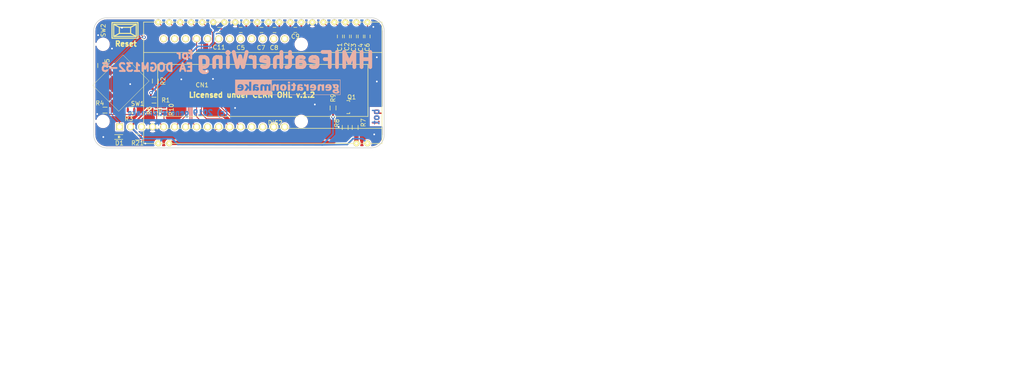
<source format=kicad_pcb>
(kicad_pcb (version 20171130) (host pcbnew 5.1.5-52549c5~84~ubuntu18.04.1)
  (title_block (title HMIFeatherWing) (date 2019-12-04) (rev 1.0) (company generationmake))
  (layers (0 F.Cu signal) (31 B.Cu signal) (34 B.Paste user) (35 F.Paste user) (36 B.SilkS user) (37 F.SilkS user) (38 B.Mask user) (39 F.Mask user) (44 Edge.Cuts user))
  (net 0 "")
  (net 1 GND)
  (net 2 /KEYPAD_A0)
  (net 3 /DISPLAY_BL)
  (net 4 /RESET)
  (net 5 /DIS_V4)
  (net 6 /DIS_V3)
  (net 7 /DIS_V2)
  (net 8 /DIS_V1)
  (net 9 /DIS_VOUT)
  (net 10 /DIS_V0)
  (net 11 /DIS_CAP1N)
  (net 12 /DIS_CAP3P)
  (net 13 /DIS_CAP1P)
  (net 14 /DIS_CAP2P)
  (net 15 /DIS_CAP2N)
  (net 16 /DIS_C2)
  (net 17 +3V3)
  (net 18 /DIS_SI)
  (net 19 /DIS_CLK)
  (net 20 /DIS_A0)
  (net 21 /DIS_RESET)
  (net 22 /DIS_CS)
  (net 23 /DIS_C1)
  (net 24 "Net-(Q1-Pad3)")
  (net 25 /BUTTON_UP)
  (net 26 /BUTTON_DOWN)
  (net 27 /BUTTON_LEFT)
  (net 28 /BUTTON_SELECT)
  (net 29 "Net-(D1-Pad2)")
  (net 30 /KEYPAD_A0_5)
  (net 31 /KEYPAD_A0_0)
  (module labels:generationmake_logo (layer B.Cu) (at 100.8 102.3 180)
    (fp_text reference G*** hide)
    (fp_text value generationmake_logo hide)
  )
  (module labels:generationmake_small_solder (layer F.Cu) (at 62.5 92.2)
    (fp_text reference G*** hide)
    (fp_text value generationmake_small_solder hide)
  )
  (module MODULE_compute:ADAFRUIT_FEATHER_HOLES (layer F.Cu) (at 81 96)
    (fp_text reference CN1 (at 0 0.5) (layer F.SilkS))
    (fp_text value ADAFRUIT_FEATHER)
    (pad 17 thru_hole circle (at 19.05 -10.16) (size 1.6 1.6) (drill 1) (layers *.Cu *.Mask F.SilkS))
    (pad 28 thru_hole circle (at -8.89 -10.16) (size 1.6 1.6) (drill 1) (layers *.Cu *.Mask F.SilkS))
    (pad 27 thru_hole circle (at -6.35 -10.16) (size 1.6 1.6) (drill 1) (layers *.Cu *.Mask F.SilkS))
    (pad 26 thru_hole circle (at -3.81 -10.16) (size 1.6 1.6) (drill 1) (layers *.Cu *.Mask F.SilkS))
    (pad 25 thru_hole circle (at -1.27 -10.16) (size 1.6 1.6) (drill 1) (layers *.Cu *.Mask F.SilkS) (net 3 /DISPLAY_BL))
    (pad 24 thru_hole circle (at 1.27 -10.16) (size 1.6 1.6) (drill 1) (layers *.Cu *.Mask F.SilkS))
    (pad 23 thru_hole circle (at 3.81 -10.16) (size 1.6 1.6) (drill 1) (layers *.Cu *.Mask F.SilkS))
    (pad 22 thru_hole circle (at 6.35 -10.16) (size 1.6 1.6) (drill 1) (layers *.Cu *.Mask F.SilkS))
    (pad 21 thru_hole circle (at 8.89 -10.16) (size 1.6 1.6) (drill 1) (layers *.Cu *.Mask F.SilkS))
    (pad 20 thru_hole circle (at 11.43 -10.16) (size 1.6 1.6) (drill 1) (layers *.Cu *.Mask F.SilkS))
    (pad 19 thru_hole circle (at 13.97 -10.16) (size 1.6 1.6) (drill 1) (layers *.Cu *.Mask F.SilkS))
    (pad 18 thru_hole circle (at 16.51 -10.16) (size 1.6 1.6) (drill 1) (layers *.Cu *.Mask F.SilkS))
    (pad 15 thru_hole circle (at 16.51 10.16) (size 1.6 1.6) (drill 1) (layers *.Cu *.Mask F.SilkS))
    (pad 14 thru_hole circle (at 13.97 10.16) (size 1.6 1.6) (drill 1) (layers *.Cu *.Mask F.SilkS))
    (pad 13 thru_hole circle (at 11.43 10.16) (size 1.6 1.6) (drill 1) (layers *.Cu *.Mask F.SilkS))
    (pad 12 thru_hole circle (at 8.89 10.16) (size 1.6 1.6) (drill 1) (layers *.Cu *.Mask F.SilkS) (net 18 /DIS_SI))
    (pad 11 thru_hole circle (at 6.35 10.16) (size 1.6 1.6) (drill 1) (layers *.Cu *.Mask F.SilkS) (net 19 /DIS_CLK))
    (pad 10 thru_hole circle (at 3.81 10.16) (size 1.6 1.6) (drill 1) (layers *.Cu *.Mask F.SilkS) (net 30 /KEYPAD_A0_5))
    (pad 9 thru_hole circle (at 1.27 10.16) (size 1.6 1.6) (drill 1) (layers *.Cu *.Mask F.SilkS))
    (pad 8 thru_hole circle (at -1.27 10.16) (size 1.6 1.6) (drill 1) (layers *.Cu *.Mask F.SilkS) (net 20 /DIS_A0))
    (pad 7 thru_hole circle (at -3.81 10.16) (size 1.6 1.6) (drill 1) (layers *.Cu *.Mask F.SilkS) (net 21 /DIS_RESET))
    (pad 6 thru_hole circle (at -6.35 10.16) (size 1.6 1.6) (drill 1) (layers *.Cu *.Mask F.SilkS) (net 22 /DIS_CS))
    (pad 5 thru_hole circle (at -8.89 10.16) (size 1.6 1.6) (drill 1) (layers *.Cu *.Mask F.SilkS) (net 31 /KEYPAD_A0_0))
    (pad 4 thru_hole circle (at -11.43 10.16) (size 1.6 1.6) (drill 1) (layers *.Cu *.Mask F.SilkS) (net 1 GND))
    (pad 3 thru_hole circle (at -13.97 10.16) (size 1.6 1.6) (drill 1) (layers *.Cu *.Mask F.SilkS))
    (pad 1 thru_hole rect (at -19.05 10.16) (size 1.6 1.6) (drill 1) (layers *.Cu *.Mask F.SilkS) (net 4 /RESET))
    (pad "" np_thru_hole circle (at 22.86 8.89) (size 2.54 2.54) (drill 2.54) (layers *.Cu *.Mask))
    (pad 2 thru_hole circle (at -16.51 10.16) (size 1.6 1.6) (drill 1) (layers *.Cu *.Mask F.SilkS) (net 17 +3V3))
    (pad 16 thru_hole circle (at 19.05 10.16) (size 1.6 1.6) (drill 1) (layers *.Cu *.Mask F.SilkS))
    (pad "" np_thru_hole circle (at 22.86 -8.89) (size 2.54 2.54) (drill 2.54) (layers *.Cu *.Mask))
    (pad "" np_thru_hole circle (at -22.86 8.89) (size 2.54 2.54) (drill 2.54) (layers *.Cu *.Mask))
    (pad "" np_thru_hole circle (at -22.86 -8.89) (size 2.54 2.54) (drill 2.54) (layers *.Cu *.Mask))
  )
  (module SOT_TO:SOT-23 (layer F.Cu) (at 114.4 101.6 270)
    (fp_text reference Q1 (at -2.3 -1.1) (layer F.SilkS))
    (fp_text value 2N7002)
    (pad 3 smd rect (at 0 -0.99822 270) (size 0.8001 0.8001) (layers F.Cu F.Paste F.Mask) (net 24 "Net-(Q1-Pad3)"))
    (pad 2 smd rect (at 0.95 1.00076 270) (size 0.8001 0.8001) (layers F.Cu F.Paste F.Mask) (net 1 GND))
    (pad 1 smd rect (at -0.95 1.00076 270) (size 0.8001 0.8001) (layers F.Cu F.Paste F.Mask) (net 3 /DISPLAY_BL))
  )
  (module capacitors:C_0603 (layer F.Cu) (at 112.8 85.3 270)
    (fp_text reference C1 (at 2.45 0.05 270) (layer F.SilkS))
    (fp_text value 1uF)
    (pad 2 smd rect (at 0.75 0 270) (size 0.8 0.75) (layers F.Cu F.Paste F.Mask) (net 1 GND))
    (pad 1 smd rect (at -0.75 0 270) (size 0.8 0.75) (layers F.Cu F.Paste F.Mask) (net 5 /DIS_V4))
  )
  (module capacitors:C_0603 (layer F.Cu) (at 114.4 85.3 270)
    (fp_text reference C2 (at 2.35 0 270) (layer F.SilkS))
    (fp_text value 1uF)
    (pad 2 smd rect (at 0.75 0 270) (size 0.8 0.75) (layers F.Cu F.Paste F.Mask) (net 1 GND))
    (pad 1 smd rect (at -0.75 0 270) (size 0.8 0.75) (layers F.Cu F.Paste F.Mask) (net 6 /DIS_V3))
  )
  (module resistors:R_0603 (layer F.Cu) (at 69.9 100)
    (fp_text reference R1 (at 2.7 0) (layer F.SilkS))
    (fp_text value 2k)
    (pad 2 smd rect (at 0.75 0) (size 0.5 0.9) (layers F.Cu F.Paste F.Mask) (net 2 /KEYPAD_A0))
    (pad 1 smd rect (at -0.75 0) (size 0.5 0.9) (layers F.Cu F.Paste F.Mask) (net 17 +3V3))
  )
  (module resistors:R_0603 (layer F.Cu) (at 70.2 95.6 90)
    (fp_text reference R2 (at 0 1.8 90) (layer F.SilkS))
    (fp_text value 330)
    (pad 2 smd rect (at 0.75 0 90) (size 0.5 0.9) (layers F.Cu F.Paste F.Mask) (net 25 /BUTTON_UP))
    (pad 1 smd rect (at -0.75 0 90) (size 0.5 0.9) (layers F.Cu F.Paste F.Mask) (net 2 /KEYPAD_A0))
  )
  (module resistors:R_0603 (layer F.Cu) (at 64.6 102.3)
    (fp_text reference R3 (at -0.5 2 180) (layer F.SilkS))
    (fp_text value 620)
    (pad 2 smd rect (at 0.75 0) (size 0.5 0.9) (layers F.Cu F.Paste F.Mask) (net 26 /BUTTON_DOWN))
    (pad 1 smd rect (at -0.75 0) (size 0.5 0.9) (layers F.Cu F.Paste F.Mask) (net 25 /BUTTON_UP))
  )
  (module resistors:R_0603 (layer F.Cu) (at 116.3 106.3 90)
    (fp_text reference R7 (at 1.1 1.9 90) (layer F.SilkS))
    (fp_text value 30)
    (pad 2 smd rect (at 0.75 0 90) (size 0.5 0.9) (layers F.Cu F.Paste F.Mask) (net 24 "Net-(Q1-Pad3)"))
    (pad 1 smd rect (at -0.75 0 90) (size 0.5 0.9) (layers F.Cu F.Paste F.Mask) (net 16 /DIS_C2))
  )
  (module resistors:R_0603 (layer F.Cu) (at 114 106.3 90)
    (fp_text reference R8 (at 1 -1.9 90) (layer F.SilkS))
    (fp_text value 30)
    (pad 2 smd rect (at 0.75 0 90) (size 0.5 0.9) (layers F.Cu F.Paste F.Mask) (net 24 "Net-(Q1-Pad3)"))
    (pad 1 smd rect (at -0.75 0 90) (size 0.5 0.9) (layers F.Cu F.Paste F.Mask) (net 23 /DIS_C1))
  )
  (module resistors:R_0603 (layer F.Cu) (at 111.2 101.8 90)
    (fp_text reference R9 (at 2.3 0 90) (layer F.SilkS))
    (fp_text value 1k)
    (pad 2 smd rect (at 0.75 0 90) (size 0.5 0.9) (layers F.Cu F.Paste F.Mask) (net 3 /DISPLAY_BL))
    (pad 1 smd rect (at -0.75 0 90) (size 0.5 0.9) (layers F.Cu F.Paste F.Mask) (net 17 +3V3))
  )
  (module resistors:R_0603 (layer F.Cu) (at 58.6 102.3 180)
    (fp_text reference R4 (at 1.2 1.6 180) (layer F.SilkS))
    (fp_text value 1k)
    (pad 2 smd rect (at 0.75 0 180) (size 0.5 0.9) (layers F.Cu F.Paste F.Mask) (net 27 /BUTTON_LEFT))
    (pad 1 smd rect (at -0.75 0 180) (size 0.5 0.9) (layers F.Cu F.Paste F.Mask) (net 26 /BUTTON_DOWN))
  )
  (module resistors:R_0603 (layer F.Cu) (at 57.6 92 90)
    (fp_text reference R5 (at 0.6 1.5 90) (layer F.SilkS))
    (fp_text value 3k3)
    (pad 2 smd rect (at 0.75 0 90) (size 0.5 0.9) (layers F.Cu F.Paste F.Mask) (net 28 /BUTTON_SELECT))
    (pad 1 smd rect (at -0.75 0 90) (size 0.5 0.9) (layers F.Cu F.Paste F.Mask) (net 27 /BUTTON_LEFT))
  )
  (module capacitors:C_0603 (layer F.Cu) (at 116 85.3 270)
    (fp_text reference C3 (at 2.55 0.05 270) (layer F.SilkS))
    (fp_text value 1uF)
    (pad 2 smd rect (at 0.75 0 270) (size 0.8 0.75) (layers F.Cu F.Paste F.Mask) (net 1 GND))
    (pad 1 smd rect (at -0.75 0 270) (size 0.8 0.75) (layers F.Cu F.Paste F.Mask) (net 7 /DIS_V2))
  )
  (module capacitors:C_0603 (layer F.Cu) (at 117.6 85.3 270)
    (fp_text reference C4 (at 2.55 0 270) (layer F.SilkS))
    (fp_text value 1uF)
    (pad 2 smd rect (at 0.75 0 270) (size 0.8 0.75) (layers F.Cu F.Paste F.Mask) (net 1 GND))
    (pad 1 smd rect (at -0.75 0 270) (size 0.8 0.75) (layers F.Cu F.Paste F.Mask) (net 8 /DIS_V1))
  )
  (module capacitors:C_0603 (layer F.Cu) (at 89.9 83.8 180)
    (fp_text reference C5 (at 0 -4.1 180) (layer F.SilkS))
    (fp_text value 1uF)
    (pad 2 smd rect (at 0.75 0 180) (size 0.8 0.75) (layers F.Cu F.Paste F.Mask) (net 1 GND))
    (pad 1 smd rect (at -0.75 0 180) (size 0.8 0.75) (layers F.Cu F.Paste F.Mask) (net 9 /DIS_VOUT))
  )
  (module capacitors:C_0603 (layer F.Cu) (at 119.15 85.3 270)
    (fp_text reference C6 (at 2.5 0.05 270) (layer F.SilkS))
    (fp_text value 1uF)
    (pad 2 smd rect (at 0.75 0 270) (size 0.8 0.75) (layers F.Cu F.Paste F.Mask) (net 1 GND))
    (pad 1 smd rect (at -0.75 0 270) (size 0.8 0.75) (layers F.Cu F.Paste F.Mask) (net 10 /DIS_V0))
  )
  (module capacitors:C_0603 (layer F.Cu) (at 94.7 83.8)
    (fp_text reference C7 (at -0.1 4.1) (layer F.SilkS))
    (fp_text value 1uF)
    (pad 2 smd rect (at 0.75 0) (size 0.8 0.75) (layers F.Cu F.Paste F.Mask) (net 11 /DIS_CAP1N))
    (pad 1 smd rect (at -0.75 0) (size 0.8 0.75) (layers F.Cu F.Paste F.Mask) (net 12 /DIS_CAP3P))
  )
  (module capacitors:C_0603 (layer F.Cu) (at 97.7 83.8)
    (fp_text reference C8 (at -0.1 4.1) (layer F.SilkS))
    (fp_text value 1uF)
    (pad 2 smd rect (at 0.75 0) (size 0.8 0.75) (layers F.Cu F.Paste F.Mask) (net 13 /DIS_CAP1P))
    (pad 1 smd rect (at -0.75 0) (size 0.8 0.75) (layers F.Cu F.Paste F.Mask) (net 11 /DIS_CAP1N))
  )
  (module capacitors:C_0603 (layer F.Cu) (at 102.5 83.8)
    (fp_text reference C9 (at 0 1.5) (layer F.SilkS))
    (fp_text value 1uF)
    (pad 2 smd rect (at 0.75 0) (size 0.8 0.75) (layers F.Cu F.Paste F.Mask) (net 15 /DIS_CAP2N))
    (pad 1 smd rect (at -0.75 0) (size 0.8 0.75) (layers F.Cu F.Paste F.Mask) (net 14 /DIS_CAP2P))
  )
  (module displays:EA_DOGM081_162_163_132 (layer F.Cu) (at 95 96)
    (fp_text reference DIS2 (at 2.85 9.22) (layer F.SilkS))
    (fp_text value EA_DOGM132-5)
    (pad 40 thru_hole circle (at -24.13 -13.97) (size 1.4 1.4) (drill 0.6) (layers *.Cu *.Mask F.SilkS) (net 22 /DIS_CS))
    (pad 39 thru_hole circle (at -21.59 -13.97) (size 1.4 1.4) (drill 0.6) (layers *.Cu *.Mask F.SilkS) (net 21 /DIS_RESET))
    (pad 38 thru_hole circle (at -19.05 -13.97) (size 1.4 1.4) (drill 0.6) (layers *.Cu *.Mask F.SilkS) (net 20 /DIS_A0))
    (pad 37 thru_hole circle (at -16.51 -13.97) (size 1.4 1.4) (drill 0.6) (layers *.Cu *.Mask F.SilkS) (net 19 /DIS_CLK))
    (pad 36 thru_hole circle (at -13.97 -13.97) (size 1.4 1.4) (drill 0.6) (layers *.Cu *.Mask F.SilkS) (net 18 /DIS_SI))
    (pad 35 thru_hole circle (at -11.43 -13.97) (size 1.4 1.4) (drill 0.6) (layers *.Cu *.Mask F.SilkS) (net 17 +3V3))
    (pad 34 thru_hole circle (at -8.89 -13.97) (size 1.4 1.4) (drill 0.6) (layers *.Cu *.Mask F.SilkS) (net 17 +3V3))
    (pad 33 thru_hole circle (at -6.35 -13.97) (size 1.4 1.4) (drill 0.6) (layers *.Cu *.Mask F.SilkS) (net 1 GND))
    (pad 32 thru_hole circle (at -3.81 -13.97) (size 1.4 1.4) (drill 0.6) (layers *.Cu *.Mask F.SilkS) (net 9 /DIS_VOUT))
    (pad 31 thru_hole circle (at -1.27 -13.97) (size 1.4 1.4) (drill 0.6) (layers *.Cu *.Mask F.SilkS) (net 12 /DIS_CAP3P))
    (pad 30 thru_hole circle (at 1.27 -13.97) (size 1.4 1.4) (drill 0.6) (layers *.Cu *.Mask F.SilkS) (net 11 /DIS_CAP1N))
    (pad 29 thru_hole circle (at 3.81 -13.97) (size 1.4 1.4) (drill 0.6) (layers *.Cu *.Mask F.SilkS) (net 13 /DIS_CAP1P))
    (pad 28 thru_hole circle (at 6.35 -13.97) (size 1.4 1.4) (drill 0.6) (layers *.Cu *.Mask F.SilkS) (net 14 /DIS_CAP2P))
    (pad 27 thru_hole circle (at 8.89 -13.97) (size 1.4 1.4) (drill 0.6) (layers *.Cu *.Mask F.SilkS) (net 15 /DIS_CAP2N))
    (pad 26 thru_hole circle (at 11.43 -13.97) (size 1.4 1.4) (drill 0.6) (layers *.Cu *.Mask F.SilkS) (net 1 GND))
    (pad 25 thru_hole circle (at 13.97 -13.97) (size 1.4 1.4) (drill 0.6) (layers *.Cu *.Mask F.SilkS) (net 5 /DIS_V4))
    (pad 24 thru_hole circle (at 16.51 -13.97) (size 1.4 1.4) (drill 0.6) (layers *.Cu *.Mask F.SilkS) (net 6 /DIS_V3))
    (pad 23 thru_hole circle (at 19.05 -13.97) (size 1.4 1.4) (drill 0.6) (layers *.Cu *.Mask F.SilkS) (net 7 /DIS_V2))
    (pad 22 thru_hole circle (at 21.59 -13.97) (size 1.4 1.4) (drill 0.6) (layers *.Cu *.Mask F.SilkS) (net 8 /DIS_V1))
    (pad 21 thru_hole circle (at 24.13 -13.97) (size 1.4 1.4) (drill 0.6) (layers *.Cu *.Mask F.SilkS) (net 10 /DIS_V0))
    (pad 19 thru_hole circle (at 21.59 13.97) (size 1.4 1.4) (drill 0.6) (layers *.Cu *.Mask F.SilkS) (net 16 /DIS_C2))
    (pad 20 thru_hole circle (at 24.13 13.97) (size 1.4 1.4) (drill 0.6) (layers *.Cu *.Mask F.SilkS) (net 17 +3V3))
    (pad 2 thru_hole circle (at -21.59 13.97) (size 1.4 1.4) (drill 0.6) (layers *.Cu *.Mask F.SilkS) (net 23 /DIS_C1))
    (pad 1 thru_hole circle (at -24.13 13.97) (size 1.4 1.4) (drill 0.6) (layers *.Cu *.Mask F.SilkS) (net 17 +3V3))
  )
  (module capacitors:C_0603 (layer F.Cu) (at 84.9 83.8)
    (fp_text reference C11 (at 0 4 180) (layer F.SilkS))
    (fp_text value 1uF)
    (pad 2 smd rect (at 0.75 0) (size 0.8 0.75) (layers F.Cu F.Paste F.Mask) (net 1 GND))
    (pad 1 smd rect (at -0.75 0) (size 0.8 0.75) (layers F.Cu F.Paste F.Mask) (net 17 +3V3))
  )
  (module resistors:R_0603 (layer F.Cu) (at 66.1 108.5)
    (fp_text reference R21 (at 0 1.4) (layer F.SilkS))
    (fp_text value 1k)
    (pad 2 smd rect (at 0.75 0) (size 0.5 0.9) (layers F.Cu F.Paste F.Mask) (net 17 +3V3))
    (pad 1 smd rect (at -0.75 0) (size 0.5 0.9) (layers F.Cu F.Paste F.Mask) (net 29 "Net-(D1-Pad2)"))
  )
  (module LEDs:LED_0603 (layer F.Cu) (at 61.9 108.5)
    (fp_text reference D1 (at 0 1.4) (layer F.SilkS))
    (fp_text value green)
    (pad 1 smd rect (at -0.7493 0 180) (size 0.79756 0.79756) (layers F.Cu F.Paste F.Mask) (net 1 GND))
    (pad 2 smd rect (at 0.7493 0 180) (size 0.79756 0.79756) (layers F.Cu F.Paste F.Mask) (net 29 "Net-(D1-Pad2)"))
  )
  (module mechanical-switches:ALPS_SKRH (layer F.Cu) (at 58 98)
    (fp_text reference SW1 (at 8.1 2.8) (layer F.SilkS))
    (fp_text value ALPS_SKRH)
    (pad "" smd rect (at 1.386218 0.938782 315) (size 2 1.8) (layers F.Cu F.Paste F.Mask))
    (pad "" smd rect (at 7.113782 -4.788782 315) (size 2 1.8) (layers F.Cu F.Paste F.Mask))
    (pad 6 smd rect (at 5.77028 1.610534 315) (size 1.35 1) (layers F.Cu F.Paste F.Mask) (net 26 /BUTTON_DOWN))
    (pad 5 smd rect (at 6.777907 0.602907 315) (size 1.35 1) (layers F.Cu F.Paste F.Mask) (net 1 GND))
    (pad 4 smd rect (at 7.785534 -0.40472 315) (size 1.35 1) (layers F.Cu F.Paste F.Mask) (net 2 /KEYPAD_A0))
    (pad 3 smd rect (at 0.714466 -3.44528 315) (size 1.35 1) (layers F.Cu F.Paste F.Mask) (net 27 /BUTTON_LEFT))
    (pad 2 smd rect (at 1.722093 -4.452907 315) (size 1.35 1) (layers F.Cu F.Paste F.Mask) (net 28 /BUTTON_SELECT))
    (pad 1 smd rect (at 2.72972 -5.460534 315) (size 1.35 1) (layers F.Cu F.Paste F.Mask) (net 25 /BUTTON_UP))
  )
  (module resistors:R_0603 (layer F.Cu) (at 70.5 102.4 90)
    (fp_text reference R6 (at 0 -1.7 90) (layer F.SilkS))
    (fp_text value DNI)
    (pad 2 smd rect (at 0.75 0 90) (size 0.5 0.9) (layers F.Cu F.Paste F.Mask) (net 2 /KEYPAD_A0))
    (pad 1 smd rect (at -0.75 0 90) (size 0.5 0.9) (layers F.Cu F.Paste F.Mask) (net 31 /KEYPAD_A0_0))
  )
  (module resistors:R_0603 (layer F.Cu) (at 72.2 102.4 90)
    (fp_text reference R10 (at 0.2 1.7 90) (layer F.SilkS))
    (fp_text value 0R)
    (pad 1 smd rect (at -0.75 0 90) (size 0.5 0.9) (layers F.Cu F.Paste F.Mask) (net 30 /KEYPAD_A0_5))
    (pad 2 smd rect (at 0.75 0 90) (size 0.5 0.9) (layers F.Cu F.Paste F.Mask) (net 2 /KEYPAD_A0))
  )
  (module mechanical-switches:smd_push (layer F.Cu) (at 63.2 83.9)
    (fp_text reference SW2 (at -5 0 90) (layer F.SilkS) (effects (font (thickness 0.1524))))
    (fp_text value SW_PUSH hide)
    (pad 1 smd rect (at -3.59918 0) (size 1.00076 1.00076) (layers F.Cu F.Paste F.Mask) (net 1 GND))
    (pad 2 smd rect (at 3.59918 0) (size 1.00076 1.00076) (layers F.Cu F.Paste F.Mask) (net 4 /RESET))
  )
  (gr_arc (start 59 84) (end 59 81) (angle -90) (layer Edge.Cuts) (width 0.15))
  (gr_arc (start 120 84) (end 123 84) (angle -90) (layer Edge.Cuts) (width 0.15))
  (gr_arc (start 120 108) (end 120 111) (angle -90) (layer Edge.Cuts) (width 0.15))
  (gr_arc (start 59 108) (end 56 108) (angle -90) (layer Edge.Cuts) (width 0.15))
  (gr_text Reset (at 63.4 87) (layer F.SilkS) (effects (font (size 1.2 1.2) (thickness 0.3))))
  (gr_text "for\nEA DOGM132-5\n" (at 79.2 91) (layer B.SilkS) (effects (font (size 1.8 1.8) (thickness 0.45)) (justify left mirror)))
  (gr_text HMIFeatherWing (at 100.2 90.8) (layer B.SilkS) (effects (font (size 3.5 3.5) (thickness 0.875)) (justify mirror)))
  (gr_line (start 123 108) (end 123 84) (angle 90) (layer Edge.Cuts) (width 0.15))
  (gr_text bot (at 121.1 103.8 90) (layer B.Cu) (effects (font (size 1.5 1.5) (thickness 0.3)) (justify mirror)))
  (gr_text top (at 121.1 103.8 90) (layer F.Cu) (effects (font (size 1.5 1.5) (thickness 0.3))))
  (gr_text "Licensed under CERN OHL v.1.2" (at 92.5 98.8) (layer F.SilkS) (effects (font (size 1.2 1.2) (thickness 0.3))))
  (gr_text "(c) 2019 generationmake" (at 75.4 102.9) (layer B.Cu) (effects (font (size 1.2 1.2) (thickness 0.3)) (justify mirror)))
  (gr_text 1.0 (at 114.5 95.4) (layer F.Cu) (effects (font (size 1.5 1.5) (thickness 0.3))))
  (gr_text HMIFeatherWing (at 113 92.5) (layer F.Cu) (effects (font (size 1.5 1.5) (thickness 0.3))))
  (gr_line (start 56 84) (end 56 108) (angle 90) (layer Edge.Cuts) (width 0.15))
  (gr_line (start 120 81) (end 59 81) (angle 90) (layer Edge.Cuts) (width 0.15))
  (gr_line (start 59 111) (end 120 111) (angle 90) (layer Edge.Cuts) (width 0.15))
  (segment (start 116.65 86.05) (end 116.6 86) (width 0.2) (layer F.Cu) (net 1))
  (segment (start 119.15 86.05) (end 116.65 86.05) (width 0.2) (layer F.Cu) (net 1))
  (segment (start 116.025 86) (end 114.05 86) (width 0.2) (layer F.Cu) (net 1))
  (segment (start 116.6 86) (end 116.025 86) (width 0.2) (layer F.Cu) (net 1))
  (segment (start 104.1 89.6) (end 106.43 87.27) (width 0.2) (layer B.Cu) (net 1))
  (via (at 107 101) (size 0.8) (drill 0.4) (layers F.Cu B.Cu) (net 1))
  (segment (start 99.1 94.6) (end 104.1 89.6) (width 1) (layer B.Cu) (net 1))
  (segment (start 99.1 100.3) (end 99.1 94.6) (width 1) (layer B.Cu) (net 1))
  (via (at 62.5 83.3) (size 0.8) (drill 0.4) (layers F.Cu B.Cu) (net 1))
  (via (at 58.2 108.5) (size 0.8) (drill 0.4) (layers F.Cu B.Cu) (net 1))
  (via (at 83.5 95.1) (size 0.8) (drill 0.4) (layers F.Cu B.Cu) (net 1))
  (via (at 88.6 101.8) (size 0.8) (drill 0.4) (layers F.Cu B.Cu) (net 1))
  (segment (start 89.15 82.41) (end 88.65 81.91) (width 0.2) (layer F.Cu) (net 1))
  (segment (start 89.15 83.8) (end 89.15 82.41) (width 0.2) (layer F.Cu) (net 1))
  (via (at 64.4 96.3) (size 0.8) (drill 0.4) (layers F.Cu B.Cu) (net 1))
  (via (at 82 93.3) (size 0.8) (drill 0.4) (layers F.Cu B.Cu) (net 1))
  (segment (start 86.88 83.8) (end 88.65 82.03) (width 0.2) (layer F.Cu) (net 1))
  (segment (start 85.65 83.8) (end 86.88 83.8) (width 0.2) (layer F.Cu) (net 1))
  (via (at 76.2 95.2) (size 0.8) (drill 0.4) (layers F.Cu B.Cu) (net 1))
  (via (at 57 85) (size 0.8) (drill 0.4) (layers F.Cu B.Cu) (net 1))
  (via (at 60.2 88.1) (size 0.8) (drill 0.4) (layers F.Cu B.Cu) (net 1))
  (via (at 56.8 103.2) (size 0.8) (drill 0.4) (layers F.Cu B.Cu) (net 1))
  (via (at 67.9 110) (size 0.8) (drill 0.4) (layers F.Cu B.Cu) (net 1))
  (via (at 120.7 107.9) (size 0.8) (drill 0.4) (layers F.Cu B.Cu) (net 1))
  (via (at 112.5 106.2) (size 0.8) (drill 0.4) (layers F.Cu B.Cu) (net 1))
  (via (at 121.3 90.1) (size 0.8) (drill 0.4) (layers F.Cu B.Cu) (net 1))
  (via (at 121.3 95.7) (size 0.8) (drill 0.4) (layers F.Cu B.Cu) (net 1))
  (via (at 120.5 83.1) (size 0.8) (drill 0.4) (layers F.Cu B.Cu) (net 1))
  (segment (start 70.65 99.35) (end 70.65 100) (width 0.2) (layer F.Cu) (net 2))
  (segment (start 72.2 101.65) (end 70.5 101.65) (width 0.2) (layer F.Cu) (net 2))
  (segment (start 70.5 100.15) (end 70.65 100) (width 0.2) (layer F.Cu) (net 2))
  (segment (start 70.5 101.65) (end 70.5 100.15) (width 0.2) (layer F.Cu) (net 2))
  (segment (start 70.2 98) (end 70.2 96.35) (width 0.2) (layer F.Cu) (net 2))
  (segment (start 70.65 98.45) (end 70.65 99.35) (width 0.2) (layer F.Cu) (net 2))
  (segment (start 70.65 98.45) (end 70.2 98) (width 0.2) (layer F.Cu) (net 2))
  (segment (start 67.030814 96.35) (end 65.785534 97.59528) (width 0.2) (layer F.Cu) (net 2))
  (segment (start 70.2 96.35) (end 67.030814 96.35) (width 0.2) (layer F.Cu) (net 2))
  (segment (start 112.99924 101.05) (end 113.39924 100.65) (width 0.2) (layer F.Cu) (net 3))
  (segment (start 111.2 101.05) (end 112.99924 101.05) (width 0.2) (layer F.Cu) (net 3))
  (segment (start 111 101.05) (end 111.2 101.05) (width 0.2) (layer F.Cu) (net 3))
  (segment (start 108.7 103.35) (end 108.775 103.275) (width 0.2) (layer F.Cu) (net 3))
  (segment (start 108.775 103.275) (end 111 101.05) (width 0.2) (layer F.Cu) (net 3))
  (segment (start 104.55 107.5) (end 108.775 103.275) (width 0.2) (layer F.Cu) (net 3))
  (segment (start 87.061998 107.5) (end 104.55 107.5) (width 0.2) (layer F.Cu) (net 3))
  (segment (start 79.73 85.84) (end 79.73 103.83) (width 0.2) (layer F.Cu) (net 3))
  (segment (start 79.73 103.83) (end 80.6 104.7) (width 0.2) (layer F.Cu) (net 3))
  (segment (start 85.2 104.7) (end 85.8 105.3) (width 0.2) (layer F.Cu) (net 3))
  (segment (start 86.2 106.638002) (end 87.061998 107.5) (width 0.2) (layer F.Cu) (net 3))
  (segment (start 80.6 104.7) (end 85.2 104.7) (width 0.2) (layer F.Cu) (net 3))
  (segment (start 85.8 105.3) (end 86.2 105.582) (width 0.2) (layer F.Cu) (net 3))
  (segment (start 86.2 105.582) (end 86.2 106.638002) (width 0.2) (layer F.Cu) (net 3))
  (segment (start 61.95 105.16) (end 60 103.21) (width 0.2) (layer B.Cu) (net 4))
  (segment (start 61.95 106.16) (end 61.95 105.16) (width 0.2) (layer B.Cu) (net 4))
  (segment (start 60 103.21) (end 60 91.9) (width 0.2) (layer B.Cu) (net 4))
  (segment (start 66.79918 83.9) (end 66.79918 84.79918) (width 0.2) (layer F.Cu) (net 4))
  (via (at 67.6 85.5) (size 0.8) (drill 0.4) (layers F.Cu B.Cu) (net 4))
  (segment (start 66.79918 84.79918) (end 67.5 85.5) (width 0.2) (layer F.Cu) (net 4))
  (segment (start 67.5 85.5) (end 67.6 85.5) (width 0.2) (layer F.Cu) (net 4))
  (segment (start 67.6 85.5) (end 66.4 85.5) (width 0.2) (layer B.Cu) (net 4))
  (segment (start 66.4 85.5) (end 60.5 91.4) (width 0.2) (layer B.Cu) (net 4))
  (segment (start 60 91.9) (end 60.5 91.4) (width 0.2) (layer B.Cu) (net 4))
  (segment (start 108.95 81.93) (end 108.97 81.91) (width 0.2) (layer F.Cu) (net 5))
  (segment (start 111.49 84.55) (end 108.97 82.03) (width 0.2) (layer F.Cu) (net 5))
  (segment (start 112.8 84.55) (end 111.49 84.55) (width 0.2) (layer F.Cu) (net 5))
  (segment (start 111.5 81.92) (end 111.51 81.91) (width 0.2) (layer F.Cu) (net 6))
  (segment (start 114.4 83.95) (end 113.75 83.3) (width 0.2) (layer F.Cu) (net 6))
  (segment (start 114.4 84.55) (end 114.4 83.95) (width 0.2) (layer F.Cu) (net 6))
  (segment (start 112.78 83.3) (end 111.51 82.03) (width 0.2) (layer F.Cu) (net 6))
  (segment (start 113.75 83.3) (end 112.78 83.3) (width 0.2) (layer F.Cu) (net 6))
  (segment (start 116 83.98) (end 114.749999 82.729999) (width 0.2) (layer F.Cu) (net 7))
  (segment (start 114.749999 82.729999) (end 114.05 82.03) (width 0.2) (layer F.Cu) (net 7))
  (segment (start 116 84.55) (end 116 83.98) (width 0.2) (layer F.Cu) (net 7))
  (segment (start 116.6 81.92) (end 116.59 81.91) (width 0.2) (layer F.Cu) (net 8))
  (segment (start 117.6 83.04) (end 116.59 82.03) (width 0.2) (layer F.Cu) (net 8))
  (segment (start 117.6 84.55) (end 117.6 83.04) (width 0.2) (layer F.Cu) (net 8))
  (segment (start 91.19 83.26) (end 90.65 83.8) (width 0.4) (layer F.Cu) (net 9))
  (segment (start 91.19 81.91) (end 91.19 83.26) (width 0.4) (layer F.Cu) (net 9))
  (segment (start 119.15 81.93) (end 119.13 81.91) (width 0.2) (layer F.Cu) (net 10))
  (segment (start 119.15 84.55) (end 119.15 81.93) (width 0.2) (layer F.Cu) (net 10))
  (segment (start 96.27 83.12) (end 96.95 83.8) (width 0.4) (layer F.Cu) (net 11))
  (segment (start 96.27 81.91) (end 96.27 83.12) (width 0.4) (layer F.Cu) (net 11))
  (segment (start 96.27 82.98) (end 95.45 83.8) (width 0.4) (layer F.Cu) (net 11))
  (segment (start 96.27 81.91) (end 96.27 82.98) (width 0.4) (layer F.Cu) (net 11))
  (segment (start 93.73 83.58) (end 93.95 83.8) (width 0.4) (layer F.Cu) (net 12))
  (segment (start 93.73 81.91) (end 93.73 83.58) (width 0.4) (layer F.Cu) (net 12))
  (segment (start 98.81 83.44) (end 98.45 83.8) (width 0.4) (layer F.Cu) (net 13))
  (segment (start 98.81 81.91) (end 98.81 83.44) (width 0.4) (layer F.Cu) (net 13))
  (segment (start 101.35 83.4) (end 101.75 83.8) (width 0.4) (layer F.Cu) (net 14))
  (segment (start 101.35 81.91) (end 101.35 83.4) (width 0.4) (layer F.Cu) (net 14))
  (segment (start 103.89 83.16) (end 103.25 83.8) (width 0.4) (layer F.Cu) (net 15))
  (segment (start 103.89 81.91) (end 103.89 83.16) (width 0.4) (layer F.Cu) (net 15))
  (segment (start 116.59 107.34) (end 116.3 107.05) (width 1) (layer F.Cu) (net 16))
  (segment (start 116.59 109.85) (end 116.59 107.34) (width 1) (layer F.Cu) (net 16))
  (segment (start 70.87 109.97) (end 71.970001 108.869999) (width 0.4) (layer B.Cu) (net 17))
  (segment (start 74.069999 108.869999) (end 75.4 110.2) (width 0.4) (layer B.Cu) (net 17))
  (segment (start 118.430001 109.270001) (end 119.13 109.97) (width 0.4) (layer B.Cu) (net 17))
  (segment (start 118.029999 108.869999) (end 118.430001 109.270001) (width 0.4) (layer B.Cu) (net 17))
  (segment (start 115.830001 108.869999) (end 118.029999 108.869999) (width 0.4) (layer B.Cu) (net 17))
  (segment (start 114.5 110.2) (end 115.830001 108.869999) (width 0.4) (layer B.Cu) (net 17))
  (segment (start 85.410001 82.609999) (end 86.11 81.91) (width 1) (layer B.Cu) (net 17))
  (segment (start 83.57 82.899949) (end 84.330051 83.66) (width 1) (layer B.Cu) (net 17))
  (segment (start 83.57 81.91) (end 83.57 82.899949) (width 1) (layer B.Cu) (net 17))
  (segment (start 84.330051 83.66) (end 84.36 83.66) (width 1) (layer B.Cu) (net 17))
  (segment (start 84.36 83.66) (end 85.410001 82.609999) (width 1) (layer B.Cu) (net 17))
  (segment (start 111.2 102.55) (end 111.2 103.9) (width 0.4) (layer F.Cu) (net 17))
  (via (at 111.2 103.9) (size 0.8) (drill 0.4) (layers F.Cu B.Cu) (net 17))
  (via (at 69.2 98.3) (size 0.8) (drill 0.4) (layers F.Cu B.Cu) (net 17))
  (segment (start 69.15 98.35) (end 69.2 98.3) (width 0.4) (layer F.Cu) (net 17))
  (segment (start 69.15 100) (end 69.15 98.35) (width 0.4) (layer F.Cu) (net 17))
  (segment (start 85.345 82.03) (end 86.11 82.03) (width 0.2) (layer F.Cu) (net 17))
  (segment (start 84.15 83.225) (end 85.345 82.03) (width 0.2) (layer F.Cu) (net 17))
  (segment (start 84.15 83.8) (end 84.15 83.225) (width 0.2) (layer F.Cu) (net 17))
  (segment (start 66.83 108.5) (end 64.49 106.16) (width 0.4) (layer F.Cu) (net 17))
  (segment (start 66.85 108.5) (end 66.83 108.5) (width 0.4) (layer F.Cu) (net 17))
  (segment (start 69.15 101.45) (end 65.8 104.8) (width 0.4) (layer F.Cu) (net 17))
  (segment (start 69.15 100) (end 69.15 101.45) (width 0.4) (layer F.Cu) (net 17))
  (segment (start 65.8 104.8) (end 64.49 106.16) (width 0.4) (layer F.Cu) (net 17))
  (segment (start 111.2 107.8) (end 108.7 110.3) (width 0.4) (layer B.Cu) (net 17))
  (segment (start 75.4 110.2) (end 108.7 110.3) (width 0.4) (layer B.Cu) (net 17))
  (segment (start 111.2 103.9) (end 111.2 107.8) (width 0.4) (layer B.Cu) (net 17))
  (segment (start 108.7 110.3) (end 114.5 110.2) (width 0.4) (layer B.Cu) (net 17))
  (segment (start 72.769999 108.869999) (end 67.199999 108.869999) (width 0.4) (layer B.Cu) (net 17))
  (segment (start 67.199999 108.869999) (end 64.49 106.16) (width 0.4) (layer B.Cu) (net 17))
  (segment (start 72.769999 108.869999) (end 74.069999 108.869999) (width 0.4) (layer B.Cu) (net 17))
  (segment (start 71.970001 108.869999) (end 72.769999 108.869999) (width 0.4) (layer B.Cu) (net 17))
  (segment (start 75.3 92.1) (end 69.2 98.3) (width 0.4) (layer B.Cu) (net 17))
  (segment (start 84.36 83.66) (end 83.6 84.42) (width 0.4) (layer B.Cu) (net 17))
  (segment (start 80 87.6) (end 76.6 91) (width 0.4) (layer B.Cu) (net 17))
  (segment (start 83.6 84.42) (end 83.6 86.8) (width 0.4) (layer B.Cu) (net 17))
  (segment (start 83.6 86.8) (end 82.8 87.6) (width 0.4) (layer B.Cu) (net 17))
  (segment (start 82.8 87.6) (end 80 87.6) (width 0.4) (layer B.Cu) (net 17))
  (segment (start 76.6 91) (end 75.3 92.1) (width 0.4) (layer B.Cu) (net 17))
  (segment (start 81.03 82.03) (end 83.370001 84.370001) (width 0.2) (layer F.Cu) (net 18))
  (segment (start 82.799999 99.069999) (end 89.090001 105.360001) (width 0.2) (layer F.Cu) (net 18))
  (segment (start 89.090001 105.360001) (end 89.89 106.16) (width 0.2) (layer F.Cu) (net 18))
  (segment (start 82.799999 87.240003) (end 82.799999 99.069999) (width 0.2) (layer F.Cu) (net 18))
  (segment (start 83.370001 86.670001) (end 82.799999 87.240003) (width 0.2) (layer F.Cu) (net 18))
  (segment (start 83.370001 84.370001) (end 83.370001 86.670001) (width 0.2) (layer F.Cu) (net 18))
  (segment (start 85.8 104.5) (end 87.35 106.16) (width 0.2) (layer F.Cu) (net 19))
  (segment (start 85.59999 104.29999) (end 85.8 104.5) (width 0.2) (layer F.Cu) (net 19))
  (segment (start 81.99999 104.29999) (end 85.59999 104.29999) (width 0.2) (layer F.Cu) (net 19))
  (segment (start 80.830001 103.130001) (end 81.99999 104.29999) (width 0.2) (layer F.Cu) (net 19))
  (segment (start 78.49 82.03) (end 80.830001 84.370001) (width 0.2) (layer F.Cu) (net 19))
  (segment (start 80.830001 84.370001) (end 80.830001 103.130001) (width 0.2) (layer F.Cu) (net 19))
  (segment (start 76 82.03) (end 75.95 82.03) (width 0.2) (layer F.Cu) (net 20))
  (segment (start 78.629999 105.059999) (end 79.73 106.16) (width 0.2) (layer F.Cu) (net 20))
  (segment (start 75.95 82.03) (end 78.629999 84.709999) (width 0.2) (layer F.Cu) (net 20))
  (segment (start 78.629999 84.709999) (end 78.629999 105.059999) (width 0.2) (layer F.Cu) (net 20))
  (segment (start 75.750001 84.370001) (end 75.750001 86.550001) (width 0.2) (layer F.Cu) (net 21))
  (segment (start 73.41 82.03) (end 75.750001 84.370001) (width 0.2) (layer F.Cu) (net 21))
  (segment (start 75.750001 86.550001) (end 78.2 89) (width 0.2) (layer F.Cu) (net 21))
  (segment (start 78.2 89) (end 78.2 105.15) (width 0.2) (layer F.Cu) (net 21))
  (segment (start 78.2 105.15) (end 77.19 106.16) (width 0.2) (layer F.Cu) (net 21))
  (segment (start 70.92 82.03) (end 70.87 82.03) (width 0.2) (layer F.Cu) (net 22))
  (segment (start 77.79999 103.01001) (end 74.65 106.16) (width 0.2) (layer F.Cu) (net 22))
  (segment (start 73.210001 84.370001) (end 73.210001 86.710001) (width 0.2) (layer F.Cu) (net 22))
  (segment (start 70.87 82.03) (end 73.210001 84.370001) (width 0.2) (layer F.Cu) (net 22))
  (segment (start 73.210001 86.710001) (end 74 87.5) (width 0.2) (layer F.Cu) (net 22))
  (segment (start 74 87.5) (end 75.9 87.5) (width 0.2) (layer F.Cu) (net 22))
  (segment (start 75.9 87.5) (end 77.79999 89.39999) (width 0.2) (layer F.Cu) (net 22))
  (segment (start 77.79999 89.39999) (end 77.79999 103.01001) (width 0.2) (layer F.Cu) (net 22))
  (segment (start 113.8 107.05) (end 114 107.05) (width 1) (layer F.Cu) (net 23))
  (segment (start 111 109.85) (end 113.8 107.05) (width 1) (layer F.Cu) (net 23))
  (segment (start 73.41 109.85) (end 111 109.85) (width 1) (layer F.Cu) (net 23))
  (segment (start 114 105.55) (end 116.3 105.55) (width 1) (layer F.Cu) (net 24))
  (segment (start 115.39822 104.64822) (end 116.3 105.55) (width 1) (layer F.Cu) (net 24))
  (segment (start 115.39822 101.6) (end 115.39822 104.64822) (width 1) (layer F.Cu) (net 24))
  (segment (start 63.044985 94.854731) (end 61.207017 93.016763) (width 0.2) (layer F.Cu) (net 25))
  (segment (start 69.545269 94.854731) (end 63.044985 94.854731) (width 0.2) (layer F.Cu) (net 25))
  (segment (start 61.207017 93.016763) (end 60.72972 92.539466) (width 0.2) (layer F.Cu) (net 25))
  (segment (start 69.55 94.85) (end 69.545269 94.854731) (width 0.2) (layer F.Cu) (net 25))
  (segment (start 70.2 94.85) (end 69.55 94.85) (width 0.2) (layer F.Cu) (net 25))
  (segment (start 63.044985 98.956955) (end 63.044985 94.854731) (width 0.2) (layer F.Cu) (net 25))
  (segment (start 63.85 102.3) (end 63.85 101.45) (width 0.2) (layer F.Cu) (net 25))
  (segment (start 62.63942 100.23942) (end 62.63942 99.36252) (width 0.2) (layer F.Cu) (net 25))
  (segment (start 62.63942 99.36252) (end 62.65097 99.35097) (width 0.2) (layer F.Cu) (net 25))
  (segment (start 63.85 101.45) (end 62.63942 100.23942) (width 0.2) (layer F.Cu) (net 25))
  (segment (start 62.65097 99.35097) (end 63.044985 98.956955) (width 0.2) (layer F.Cu) (net 25))
  (segment (start 59.35 102.95) (end 59.7 103.3) (width 0.2) (layer F.Cu) (net 26))
  (segment (start 59.35 102.3) (end 59.35 102.95) (width 0.2) (layer F.Cu) (net 26))
  (segment (start 63.77028 99.610534) (end 65.4 101.240254) (width 0.2) (layer F.Cu) (net 26))
  (segment (start 65.35 101.290254) (end 65.35 102.3) (width 0.2) (layer F.Cu) (net 26))
  (segment (start 65.4 101.240254) (end 65.35 101.290254) (width 0.2) (layer F.Cu) (net 26))
  (segment (start 61.5 103.3) (end 65.1 103.3) (width 0.2) (layer F.Cu) (net 26))
  (segment (start 59.7 103.3) (end 61.5 103.3) (width 0.2) (layer F.Cu) (net 26))
  (segment (start 65.35 103.05) (end 65.35 102.3) (width 0.2) (layer F.Cu) (net 26))
  (segment (start 65.1 103.3) (end 65.35 103.05) (width 0.2) (layer F.Cu) (net 26))
  (segment (start 58.714466 94.55472) (end 57.9 93.740254) (width 0.2) (layer F.Cu) (net 27))
  (segment (start 57.85 102.1) (end 57.6 101.85) (width 0.2) (layer F.Cu) (net 27))
  (segment (start 57.85 102.3) (end 57.85 102.1) (width 0.2) (layer F.Cu) (net 27))
  (segment (start 57.6 95.669186) (end 58.714466 94.55472) (width 0.2) (layer F.Cu) (net 27))
  (segment (start 57.6 101.85) (end 57.6 95.669186) (width 0.2) (layer F.Cu) (net 27))
  (segment (start 57.6 93.3) (end 57.6 92.75) (width 0.2) (layer F.Cu) (net 27))
  (segment (start 57.9 93.6) (end 57.6 93.3) (width 0.2) (layer F.Cu) (net 27))
  (segment (start 57.9 93.740254) (end 57.9 93.6) (width 0.2) (layer F.Cu) (net 27))
  (segment (start 58.132106 91.25) (end 57.6 91.25) (width 0.2) (layer F.Cu) (net 28))
  (segment (start 59.722093 92.839987) (end 58.132106 91.25) (width 0.2) (layer F.Cu) (net 28))
  (segment (start 59.722093 93.547093) (end 59.722093 92.839987) (width 0.2) (layer F.Cu) (net 28))
  (segment (start 62.6493 108.5) (end 65.35 108.5) (width 0.2) (layer F.Cu) (net 29))
  (segment (start 74 107.4) (end 83.57 107.4) (width 0.2) (layer F.Cu) (net 30))
  (segment (start 73.4 106.8) (end 74 107.4) (width 0.2) (layer F.Cu) (net 30))
  (segment (start 83.57 107.4) (end 84.81 106.16) (width 0.2) (layer F.Cu) (net 30))
  (segment (start 72.2 104.3) (end 73.4 105.5) (width 0.2) (layer F.Cu) (net 30))
  (segment (start 73.4 105.5) (end 73.4 106.8) (width 0.2) (layer F.Cu) (net 30))
  (segment (start 72.2 103.15) (end 72.2 104.3) (width 0.2) (layer F.Cu) (net 30))
  (segment (start 70.5 104.55) (end 72.11 106.16) (width 0.2) (layer F.Cu) (net 31))
  (segment (start 70.5 103.15) (end 70.5 104.55) (width 0.2) (layer F.Cu) (net 31))
  (zone (net 1) (net_name GND) (layer F.Cu) (connect_pads (clearance 0.3)) (min_thickness 0.254) (fill yes (arc_segments 16) (thermal_gap 0.508) (thermal_bridge_width 0.508))
    (polygon (pts (xy 130.724188 129.9) (xy 42.724188 129.9) (xy 42.724188 76.9) (xy 130.724188 76.9)))
  )
  (zone (net 1) (net_name GND) (layer B.Cu) (connect_pads (clearance 0.3)) (min_thickness 0.254) (fill yes (arc_segments 16) (thermal_gap 0.508) (thermal_bridge_width 0.508))
    (polygon (pts (xy 130.7 129.892084) (xy 42.7 129.892084) (xy 42.7 76.892084) (xy 130.7 76.892084)))
  )
)
</source>
